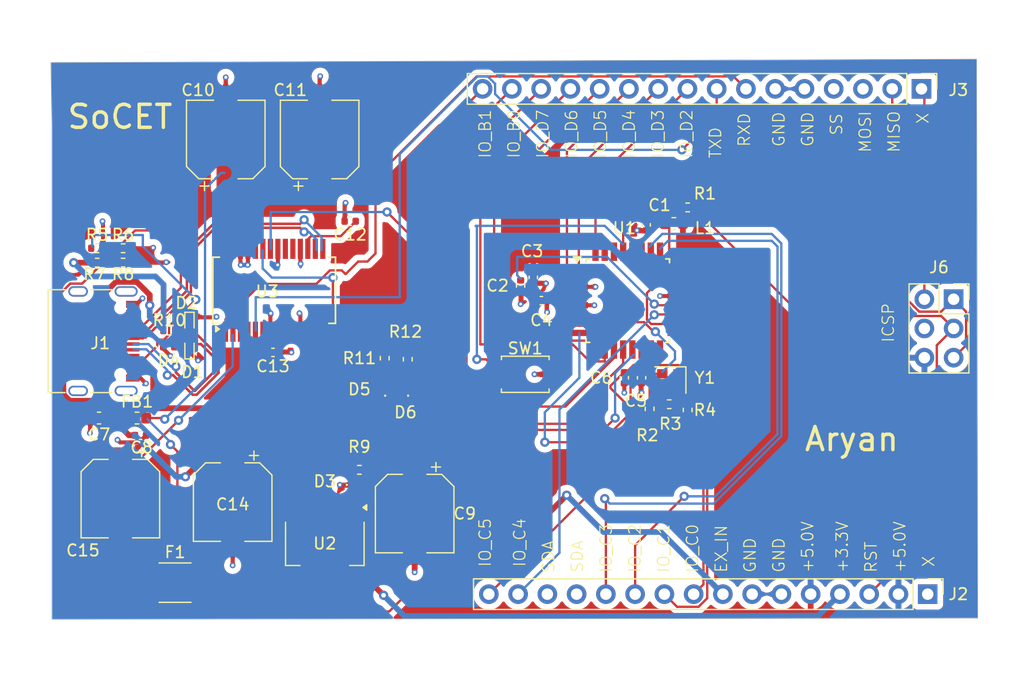
<source format=kicad_pcb>
(kicad_pcb (version 20240108) (generator "pcbnew") (generator_version "8.0")
  (layers (0 "F.Cu" signal) (31 "B.Cu" signal) (34 "B.Paste" user) (35 "F.Paste" user) (36 "B.SilkS" user "B.Silkscreen") (37 "F.SilkS" user "F.Silkscreen") (38 "B.Mask" user) (39 "F.Mask" user) (44 "Edge.Cuts" user))
  (net 0 "")
  (net 1 "+5V")
  (net 2 "GND")
  (net 3 "Net-(U1-AREF)")
  (net 4 "EX_OSC1")
  (net 5 "EX_OSC2")
  (net 6 "+3.3V")
  (net 7 "PWRU_IN")
  (net 8 "Net-(C10-Pad1)")
  (net 9 "Net-(U3-3V3OUT)")
  (net 10 "USART_DTR")
  (net 11 "EX_RST")
  (net 12 "USBC_D.P")
  (net 13 "USBC_D.N")
  (net 14 "Net-(D3-A)")
  (net 15 "Net-(D4-A)")
  (net 16 "Net-(D5-A)")
  (net 17 "Net-(D5-K)")
  (net 18 "Net-(D6-K)")
  (net 19 "Net-(D6-A)")
  (net 20 "Net-(J1-CC2)")
  (net 22 "Net-(J1-CC1)")
  (net 29 "GPIO_C5")
  (net 30 "GPIO_C1")
  (net 31 "GPIO_C2")
  (net 32 "GPIO_C0")
  (net 33 "I2C.SDA")
  (net 34 "I2C.SCL")
  (net 35 "GPIO_C4")
  (net 36 "GPIO_C3")
  (net 37 "GPIO_D3")
  (net 38 "GPIO_D5")
  (net 39 "SPI.SS")
  (net 40 "USART.RXD")
  (net 41 "GPIO_D6")
  (net 42 "GPIO_B0")
  (net 43 "SPI.MISO")
  (net 44 "GPIO_D7")
  (net 45 "GPIO_D2")
  (net 46 "USART.TXD")
  (net 47 "SPI.MOSI")
  (net 48 "GPIO_D4")
  (net 49 "SPI.SCK")
  (net 50 "GPIO_B1")
  (net 51 "Net-(U1-AVCC)")
  (net 52 "I2C_SDA")
  (net 53 "I2C_SCL")
  (net 54 "Net-(U2-ADJ)")
  (net 55 "12C_SDA")
  (net 56 "USART_TXD")
  (net 57 "SPI_SCK")
  (net 58 "ISC_SCL")
  (net 59 "USART_RXD")
  (net 60 "SPI_MOSI")
  (net 61 "SPI_MISO")
  (net 62 "SPI_SS")
  (footprint "Resistor_SMD:R_0402_1005Metric" (layer "F.Cu") (at 90.49 85.75)
    (property "Reference" "R6")
    (property "Value" "5.1k")
  )
  (footprint "Inductor_SMD:L_0603_1608Metric" (layer "F.Cu") (at 91.7 100.5)
    (property "Reference" "FB1")
    (property "Value" "120Ω")
  )
  (footprint "Resistor_SMD:R_0402_1005Metric" (layer "F.Cu") (at 136.2 99.7 -90)
    (property "Reference" "R2")
    (property "Value" "1M")
  )
  (footprint "Capacitor_SMD:C_0402_1005Metric" (layer "F.Cu") (at 103.5 94.8)
    (property "Reference" "C13")
    (property "Value" ".1u")
  )
  (footprint "Capacitor_SMD:CP_Elec_6.3x7.7" (layer "F.Cu") (at 99.4 76.3 90)
    (property "Reference" "C10")
    (property "Value" "10u")
  )
  (footprint "Capacitor_SMD:C_0402_1005Metric" (layer "F.Cu") (at 92 102)
    (property "Reference" "C8")
    (property "Value" ".1u")
  )
  (footprint "Package_TO_SOT_SMD:SOT-223" (layer "F.Cu") (at 108 111.4 -90)
    (property "Reference" "U2")
    (property "Value" "LM1117DT-ADJ")
  )
  (footprint "Resistor_SMD:R_0402_1005Metric" (layer "F.Cu") (at 88.23 85.75)
    (property "Reference" "R5")
    (property "Value" "5.1k")
  )
  (footprint "Connector_PinHeader_2.54mm:PinHeader_1x16_P2.54mm_Vertical" (layer "F.Cu") (at 159.8 71.9 -90)
    (property "Reference" "J3")
    (property "Value" "Conn_01x16_Female")
  )
  (footprint "Connector_PinHeader_2.54mm:PinHeader_1x16_P2.54mm_Vertical" (layer "F.Cu") (at 160.34 115.8 -90)
    (property "Reference" "J2")
    (property "Value" "Conn_01x16_Female")
  )
  (footprint "Capacitor_SMD:C_0402_1005Metric" (layer "F.Cu") (at 125 89.02 -90)
    (property "Reference" "C2")
    (property "Value" ".1u")
  )
  (footprint "Package_SO:SSOP-28_5.3x10.2mm_P0.65mm" (layer "F.Cu") (at 103.6 89.4 90)
    (property "Reference" "U3")
    (property "Value" "FT232RL")
  )
  (footprint "Capacitor_SMD:C_0402_1005Metric" (layer "F.Cu") (at 126.1 88.28 -90)
    (property "Reference" "C3")
    (property "Value" "0.1u")
  )
  (footprint "LED_SMD:LED_0402_1005Metric" (layer "F.Cu") (at 113.24 97.465 90)
    (property "Reference" "D5")
    (property "Value" "TX_LED")
  )
  (footprint "Resistor_SMD:R_0402_1005Metric" (layer "F.Cu") (at 139.5 99.8 -90)
    (property "Reference" "R4")
    (property "Value" "4.7k")
  )
  (footprint "Resistor_SMD:R_0402_1005Metric" (layer "F.Cu") (at 139.5 82.2)
    (property "Reference" "R1")
    (property "Value" "10k")
  )
  (footprint "Resistor_SMD:R_0402_1005Metric" (layer "F.Cu") (at 115.2 95.39 90)
    (property "Reference" "R12")
    (property "Value" "R")
  )
  (footprint "Capacitor_SMD:C_0402_1005Metric" (layer "F.Cu") (at 110.2 83.4 180)
    (property "Reference" "C12")
    (property "Value" ".1u")
  )
  (footprint "LED_SMD:LED_0402_1005Metric" (layer "F.Cu") (at 94.46 94.31)
    (property "Reference" "D4")
    (property "Value" "LED")
  )
  (footprint "Resistor_SMD:R_0402_1005Metric" (layer "F.Cu") (at 113.2 95.3 90)
    (property "Reference" "R11")
    (property "Value" "R")
  )
  (footprint "Diode_SMD:D_SOD-923" (layer "F.Cu") (at 96.25 92.17 -90)
    (property "Reference" "D2")
    (property "Value" "ESD9B5.0ST5G")
  )
  (footprint "Resistor_SMD:R_0402_1005Metric" (layer "F.Cu") (at 94.49 92.9)
    (property "Reference" "R10")
    (property "Value" "70")
  )
  (footprint "Button_Switch_SMD:SW_Push_SPST_NO_Alps_SKRK" (layer "F.Cu") (at 125.4 96.7)
    (property "Reference" "SW1")
    (property "Value" "SW_Push")
  )
  (footprint "Capacitor_SMD:C_0402_1005Metric" (layer "F.Cu") (at 135.9 83.72 -90)
    (property "Reference" "C1")
    (property "Value" ".1u")
  )
  (footprint "Capacitor_SMD:CP_Elec_6.3x7.7" (layer "F.Cu") (at 107.55 76.3 90)
    (property "Reference" "C11")
    (property "Value" ".1u")
  )
  (footprint "Package_QFP:TQFP-32_7x7mm_P0.8mm" (layer "F.Cu") (at 134.3 90.3)
    (property "Reference" "U1")
    (property "Value" "ATmega328P-A")
  )
  (footprint "Resistor_SMD:R_0402_1005Metric" (layer "F.Cu") (at 90.49 87)
    (property "Reference" "R8")
    (property "Value" "200")
  )
  (footprint "Capacitor_SMD:C_0402_1005Metric" (layer "F.Cu") (at 135.5 97 -90)
    (property "Reference" "C5")
    (property "Value" "18p")
  )
  (footprint "Connector_USB:USB_C_Receptacle_Palconn_UTC16-G" (layer "F.Cu") (at 88.82 93.82 -90)
    (property "Reference" "J1")
    (property "Value" "USB_C_Receptacle_USB2.0")
  )
  (footprint "Connector_PinSocket_2.54mm:PinSocket_2x03_P2.54mm_Vertical" (layer "F.Cu") (at 162.59 90.175)
    (property "Reference" "J6")
    (property "Value" "ICSP")
  )
  (footprint "Capacitor_SMD:CP_Elec_6.3x7.7" (layer "F.Cu") (at 100 107.8 -90)
    (property "Reference" "C14")
    (property "Value" "4.7u")
  )
  (footprint "Capacitor_SMD:CP_Elec_6.3x7.7" (layer "F.Cu") (at 115.8 108.8 -90)
    (property "Reference" "C9")
    (property "Value" "4.7u")
  )
  (footprint "Diode_SMD:D_SOD-923" (layer "F.Cu") (at 96.25 94.5 90)
    (property "Reference" "D1")
    (property "Value" "ESD9B5.0ST5G")
  )
  (footprint "Resistor_SMD:R_0402_1005Metric" (layer "F.Cu") (at 137.9 99.3)
    (property "Reference" "R3")
    (property "Value" "4.7k")
  )
  (footprint "Crystal:Crystal_SMD_2016-4Pin_2.0x1.6mm" (layer "F.Cu") (at 138 97.2 180)
    (property "Reference" "Y1")
    (property "Value" "16MHz")
  )
  (footprint "Fuse:Fuse_1812_4532Metric" (layer "F.Cu") (at 95 114.8)
    (property "Reference" "F1")
    (property "Value" "500mA")
  )
  (footprint "Capacitor_SMD:C_0603_1608Metric" (layer "F.Cu") (at 88.4 100.5 180)
    (property "Reference" "C7")
    (property "Value" ".01u")
  )
  (footprint "Capacitor_SMD:C_0402_1005Metric" (layer "F.Cu") (at 134 97 -90)
    (property "Reference" "C6")
    (property "Value" "18p")
  )
  (footprint "LED_SMD:LED_0402_1005Metric" (layer "F.Cu") (at 115.23 97.465 90)
    (property "Reference" "D6")
    (property "Value" "RX_LED")
  )
  (footprint "Capacitor_SMD:C_0402_1005Metric" (layer "F.Cu") (at 126.8 90.3)
    (property "Reference" "C4")
    (property "Value" "0.1u")
  )
  (footprint "LED_SMD:LED_0402_1005Metric" (layer "F.Cu") (at 111 106.3)
    (property "Reference" "D3")
    (property "Value" "LED")
  )
  (footprint "Inductor_SMD:L_0603_1608Metric" (layer "F.Cu") (at 138.3 83.6)
    (property "Reference" "L1")
    (property "Value" "10u")
  )
  (footprint "Capacitor_SMD:CP_Elec_6.3x7.7" (layer "F.Cu") (at 90.25 107.5 -90)
    (property "Reference" "C15")
    (property "Value" ".1u")
  )
  (footprint "Resistor_SMD:R_0402_1005Metric" (layer "F.Cu") (at 111 105)
    (property "Reference" "R9")
    (property "Value" "155")
  )
  (footprint "Resistor_SMD:R_0402_1005Metric" (layer "F.Cu") (at 88.24 87)
    (property "Reference" "R7")
    (property "Value" "121")
  )
  (gr_poly (pts (xy 84.3 75.2) (xy 84.3 118) (xy 164.7 117.9) (xy 164.6 69.3) (xy 84.2 69.6)) (stroke (width 0.05)) (fill none) (layer "Edge.Cuts"))
  (gr_text "GND" (at 148 77 90) (layer "F.SilkS") (effects (font (size 1 1) (thickness 0.1)) (justify left bottom)))
  (gr_text "SDA" (at 130.5 114 90) (layer "F.SilkS") (effects (font (size 1 1) (thickness 0.1)) (justify left bottom)))
  (gr_text "IO_C1\n" (at 138 114 90) (layer "F.SilkS") (effects (font (size 1 1) (thickness 0.1)) (justify left bottom)))
  (gr_text "IO_D7" (at 127.5 78 90) (layer "F.SilkS") (effects (font (size 1 1) (thickness 0.1)) (justify left bottom)))
  (gr_text "IO_D6" (at 130 78 90) (layer "F.SilkS") (effects (font (size 1 1) (thickness 0.1)) (justify left bottom)))
  (gr_text "RST" (at 156 114 90) (layer "F.SilkS") (effects (font (size 1 1) (thickness 0.1)) (justify left bottom)))
  (gr_text "+5.0V" (at 150.5 114 90) (layer "F.SilkS") (effects (font (size 1 1) (thickness 0.1)) (justify left bottom)))
  (gr_text "GND" (at 150.5 77 90) (layer "F.SilkS") (effects (font (size 1 1) (thickness 0.1)) (justify left bottom)))
  (gr_text "IO_C0" (at 140.5 114 90) (layer "F.SilkS") (effects (font (size 1 1) (thickness 0.1)) (justify left bottom)))
  (gr_text "ICSP" (at 157.5 94 90) (layer "F.SilkS") (effects (font (size 1 1) (thickness 0.1)) (justify left bottom)))
  (gr_text "IO_C3" (at 133 114 90) (layer "F.SilkS") (effects (font (size 1 1) (thickness 0.1)) (justify left bottom)))
  (gr_text "IO_D2" (at 140 78 90) (layer "F.SilkS") (effects (font (size 1 1) (thickness 0.1)) (justify left bottom)))
  (gr_text "X" (at 160.5 75 90) (layer "F.SilkS") (effects (font (size 1 1) (thickness 0.1)) (justify left bottom)))
  (gr_text "GND" (at 148 114 90) (layer "F.SilkS") (effects (font (size 1 1) (thickness 0.1)) (justify left bottom)))
  (gr_text "MOSI" (at 155.5 77.5 90) (layer "F.SilkS") (effects (font (size 1 1) (thickness 0.1)) (justify left bottom)))
  (gr_text "IO_D3" (at 137.5 78 90) (layer "F.SilkS") (effects (font (size 1 1) (thickness 0.1)) (justify left bottom)))
  (gr_text "SS" (at 153 76 90) (layer "F.SilkS") (effects (font (size 1 1) (thickness 0.1)) (justify left bottom)))
  (gr_text "IO_C4" (at 125.5 113.5 90) (layer "F.SilkS") (effects (font (size 1 1) (thickness 0.1)) (justify left bottom)))
  (gr_text "EX_IN" (at 143 114 90) (layer "F.SilkS") (effects (font (size 1 1) (thickness 0.1)) (justify left bottom)))
  (gr_text "IO_B0" (at 125 78 90) (layer "F.SilkS") (effects (font (size 1 1) (thickness 0.1)) (justify left bottom)))
  (gr_text "X" (at 161 113.5 90) (layer "F.SilkS") (effects (font (size 1 1) (thickness 0.1)) (justify left bottom)))
  (gr_text "SoCET" (at 85.5 75.5 0) (layer "F.SilkS") (effects (font (size 2 2) (thickness 0.3)) (justify left bottom)))
  (gr_text "IO_C2" (at 135.5 114 90) (layer "F.SilkS") (effects (font (size 1 1) (thickness 0.1)) (justify left bottom)))
  (gr_text "IO_D4" (at 135 78 90) (layer "F.SilkS") (effects (font (size 1 1) (thickness 0.1)) (justify left bottom)))
  (gr_text "GND" (at 145.5 114 90) (layer "F.SilkS") (effects (font (size 1 1) (thickness 0.1)) (justify left bottom)))
  (gr_text "MISO" (at 158 77.5 90) (layer "F.SilkS") (effects (font (size 1 1) (thickness 0.1)) (justify left bottom)))
  (gr_text "+3.3V" (at 153.5 114 90) (layer "F.SilkS") (effects (font (size 1 1) (thickness 0.1)) (justify left bottom)))
  (gr_text "RXD" (at 145 77 90) (layer "F.SilkS") (effects (font (size 1 1) (thickness 0.1)) (justify left bottom)))
  (gr_text "SDA" (at 128 114 90) (layer "F.SilkS") (effects (font (size 1 1) (thickness 0.1)) (justify left bottom)))
  (gr_text "IO_B1" (at 122.5 78 90) (layer "F.SilkS") (effects (font (size 1 1) (thickness 0.1)) (justify left bottom)))
  (gr_text "TXD" (at 142.5 78 90) (layer "F.SilkS") (effects (font (size 1 1) (thickness 0.1)) (justify left bottom)))
  (gr_text "+5.0V" (at 158.5 114 90) (layer "F.SilkS") (effects (font (size 1 1) (thickness 0.1)) (justify left bottom)))
  (gr_text "Aryan" (at 149.5 103.5 0) (layer "F.SilkS") (effects (font (size 2 2) (thickness 0.3)) (justify left bottom)))
  (gr_text "IO_D5" (at 132.5 78 90) (layer "F.SilkS") (effects (font (size 1 1) (thickness 0.1)) (justify left bottom)))
  (gr_text "IO_C5" (at 122.5 113.5 90) (layer "F.SilkS") (effects (font (size 1 1) (thickness 0.1)) (justify left bottom)))
  (segment (start 137.3 97.75) (end 138.7 97.75) (width 0.2) (layer "F.Cu") (net 0))
  (segment (start 91.865 102.615) (end 90.215 102.615) (width 0.35) (layer "F.Cu") (net 2))
  (segment (start 88.74 83.44) (end 88.7 83.4) (width 0.35) (layer "F.Cu") (net 2))
  (segment (start 130.05 90.7) (end 131.4 90.7) (width 0.35) (layer "F.Cu") (net 2))
  (segment (start 103.98 94.8) (end 105.1 94.8) (width 0.35) (layer "F.Cu") (net 2))
  (segment (start 91.33 97.02) (end 91.99 97.02) (width 0.35) (layer "F.Cu") (net 2))
  (segment (start 90.215 102.615) (end 90 102.4) (width 0.35) (layer "F.Cu") (net 2))
  (segment (start 99.4 73.6) (end 99.4 70.9) (width 0.35) (layer "F.Cu") (net 2))
  (segment (start 105.875 85.8) (end 105.875 87.075) (width 0.35) (layer "F.Cu") (net 2))
  (segment (start 98.55 91.75) (end 98.6 91.7) (width 0.35) (layer "F.Cu") (net 2))
  (segment (start 130.05 89.1) (end 131.5 89.1) (width 0.35) (layer "F.Cu") (net 2))
  (segment (start 134 97.48) (end 134 98.3) (width 0.35) (layer "F.Cu") (net 2))
  (segment (start 91.33 90.62) (end 91.65 90.62) (width 0.35) (layer "F.Cu") (net 2))
  (segment (start 125 89.5) (end 125 90.6) (width 0.35) (layer "F.Cu") (net 2))
  (segment (start 127.28 90.3) (end 127.28 91.28) (width 0.35) (layer "F.Cu") (net 2))
  (segment (start 103.275 91.425) (end 103.3 91.4) (width 0.35) (layer "F.Cu") (net 2))
  (segment (start 103.925 87.175) (end 103.9 87.2) (width 0.35) (layer "F.Cu") (net 2))
  (segment (start 103.275 93) (end 103.275 91.425) (width 0.35) (layer "F.Cu") (net 2))
  (segment (start 96.25 91.75) (end 98.55 91.75) (width 0.35) (layer "F.Cu") (net 2))
  (segment (start 87.625 101.775) (end 87.6 101.8) (width 0.35) (layer "F.Cu") (net 2))
  (segment (start 91.65 90.62) (end 92.17 90.1) (width 0.35) (layer "F.Cu") (net 2))
  (segment (start 96.42 94.92) (end 97 95.5) (width 0.35) (layer "F.Cu") (net 2))
  (segment (start 93.05 85.75) (end 93.1 85.7) (width 0.35) (layer "F.Cu") (net 2))
  (segment (start 107.55 70.85) (end 107.6 70.8) (width 0.35) (layer "F.Cu") (net 2))
  (segment (start 100.675 87.175) (end 100.7 87.2) (width 0.35) (layer "F.Cu") (net 2))
  (segment (start 105.875 91.475) (end 105.8 91.4) (width 0.35) (layer "F.Cu") (net 2))
  (segment (start 127.28 91.28) (end 127.3 91.3) (width 0.35) (layer "F.Cu") (net 2))
  (segment (start 100 110.5) (end 100 113.3) (width 0.35) (layer "F.Cu") (net 2))
  (segment (start 93.975 94.475) (end 94.6 95.1) (width 0.35) (layer "F.Cu") (net 2))
  (segment (start 101.325 85.8) (end 101.325 87.175) (width 0.35) (layer "F.Cu") (net 2))
  (segment (start 105.875 93) (end 105.875 91.475) (width 0.35) (layer "F.Cu") (net 2))
  (segment (start 115.8 111.5) (end 115.8 113.9) (width 0.35) (layer "F.Cu") (net 2))
  (segment (start 109.72 83.4) (end 109.72 81.88) (width 0.35) (layer "F.Cu") (net 2))
  (segment (start 93.975 94.31) (end 93.975 94.475) (width 0.35) (layer "F.Cu") (net 2))
  (segment (start 91.99 97.02) (end 92.47 97.5) (width 0.35) (layer "F.Cu") (net 2))
  (segment (start 127.5 96.7) (end 126.2 96.7) (width 0.35) (layer "F.Cu") (net 2))
  (segment (start 96.25 94.92) (end 96.42 94.92) (width 0.35) (layer "F.Cu") (net 2))
  (segment (start 100.675 85.8) (end 100.675 87.175) (width 0.35) (layer "F.Cu") (net 2))
  (segment (start 91 87) (end 94.2 87) (width 0.35) (layer "F.Cu") (net 2))
  (segment (start 109.72 81.88) (end 109.8 81.8) (width 0.35) (layer "F.Cu") (net 2))
  (segment (start 135.9 84.2) (end 135.1 84.2) (width 0.35) (layer "F.Cu") (net 2))
  (segment (start 103.925 85.8) (end 103.925 87.175) (width 0.35) (layer "F.Cu") (net 2))
  (segment (start 127.16 88.76) (end 127.2 88.8) (width 0.35) (layer "F.Cu") (net 2))
  (segment (start 110.515 106.3) (end 109.3 106.3) (width 0.35) (layer "F.Cu") (net 2))
  (segment (start 94.2 87) (end 94.239412 86.960588) (width 0.35) (layer "F.Cu") (net 2))
  (segment (start 92.48 102) (end 91.865 102.615) (width 0.35) (layer "F.Cu") (net 2))
  (segment (start 87.625 100.5) (end 87.625 101.775) (width 0.35) (layer "F.Cu") (net 2))
  (segment (start 105.875 87.075) (end 105.9 87.1) (width 0.35) (layer "F.Cu") (net 2))
  (segment (start 126.1 88.76) (end 127.16 88.76) (width 0.35) (layer "F.Cu") (net 2))
  (segment (start 138.55 89.9) (end 137.1 89.9) (width 0.35) (layer "F.Cu") (net 2))
  (segment (start 107.55 73.6) (end 107.55 70.85) (width 0.35) (layer "F.Cu") (net 2))
  (segment (start 91 85.75) (end 93.05 85.75) (width 0.35) (layer "F.Cu") (net 2))
  (segment (start 88.74 85.75) (end 88.74 83.44) (width 0.35) (layer "F.Cu") (net 2))
  (segment (start 101.325 87.175) (end 101.3 87.2) (width 0.35) (layer "F.Cu") (net 2))
  (segment (start 135.5 97.48) (end 135.5 98.3) (width 0.35) (layer "F.Cu") (net 2))
  (via (at 131.4 90.7) (size 0.5) (drill 0.25) (layers "F.Cu" "B.Cu") (net 2))
  (via (at 105.8 91.4) (size 0.5) (drill 0.25) (layers "F.Cu" "B.Cu") (net 2))
  (via (at 99.4 70.9) (size 0.5) (drill 0.25) (layers "F.Cu" "B.Cu") (net 2))
  (via (at 105.9 87.1) (size 0.5) (drill 0.25) (layers "F.Cu" "B.Cu") (net 2))
  (via (at 87.6 101.8) (size 0.5) (drill 0.25) (layers "F.Cu" "B.Cu") (net 2))
  (via (at 92.17 90.1) (size 0.5) (drill 0.25) (layers "F.Cu" "B.Cu") (net 2))
  (via (at 100.7 87.2) (size 0.5) (drill 0.25) (layers "F.Cu" "B.Cu") (net 2))
  (via (at 135.1 84.2) (size 0.5) (drill 0.25) (layers "F.Cu" "B.Cu") (net 2))
  (via (at 94.6 95.1) (size 0.5) (drill 0.25) (layers "F.Cu" "B.Cu") (net 2))
  (via (at 115.8 113.9) (size 0.5) (drill 0.25) (layers "F.Cu" "B.Cu") (net 2))
  (via (at 127.3 91.3) (size 0.5) (drill 0.25) (layers "F.Cu" "B.Cu") (net 2))
  (via (at 94.239412 86.960588) (size 0.5) (drill 0.25) (layers "F.Cu" "B.Cu") (net 2))
  (via (at 105.1 94.8) (size 0.5) (drill 0.25) (layers "F.Cu" "B.Cu") (net 2))
  (via (at 92.47 97.5) (size 0.5) (drill 0.25) (layers "F.Cu" "B.Cu") (net 2))
  (via (at 134 98.3) (size 0.5) (drill 0.25) (layers "F.Cu" "B.Cu") (net 2))
  (via (at 109.8 81.8) (size 0.5) (drill 0.25) (layers "F.Cu" "B.Cu") (net 2))
  (via (at 126.2 96.7) (size 0.5) (drill 0.25) (layers "F.Cu" "B.Cu") (net 2))
  (via (at 107.6 70.8) (size 0.5) (drill 0.25) (layers "F.Cu" "B.Cu") (net 2))
  (via (at 98.6 91.7) (size 0.5) (drill 0.25) (layers "F.Cu" "B.Cu") (net 2))
  (via (at 103.3 91.4) (size 0.5) (drill 0.25) (layers "F.Cu" "B.Cu") (net 2))
  (via (at 135.5 98.3) (size 0.5) (drill 0.25) (layers "F.Cu" "B.Cu") (net 2))
  (via (at 88.7 83.4) (size 0.5) (drill 0.25) (layers "F.Cu" "B.Cu") (net 2))
  (via (at 103.9 87.2) (size 0.5) (drill 0.25) (layers "F.Cu" "B.Cu") (net 2))
  (via (at 127.2 88.8) (size 0.5) (drill 0.25) (layers "F.Cu" "B.Cu") (net 2))
  (via (at 100 113.3) (size 0.5) (drill 0.25) (layers "F.Cu" "B.Cu") (net 2))
  (via (at 93.1 85.7) (size 0.5) (drill 0.25) (layers "F.Cu" "B.Cu") (net 2))
  (via (at 109.3 106.3) (size 0.5) (drill 0.25) (layers "F.Cu" "B.Cu") (net 2))
  (via (at 101.3 87.2) (size 0.5) (drill 0.25) (layers "F.Cu" "B.Cu") (net 2))
  (via (at 90 102.4) (size 0.5) (drill 0.25) (layers "F.Cu" "B.Cu") (net 2))
  (via (at 137.1 89.9) (size 0.5) (drill 0.25) (layers "F.Cu" "B.Cu") (net 2))
  (via (at 97 95.5) (size 0.5) (drill 0.25) (layers "F.Cu" "B.Cu") (net 2))
  (via (at 125 90.6) (size 0.5) (drill 0.25) (layers "F.Cu" "B.Cu") (net 2))
  (via (at 131.5 89.1) (size 0.5) (drill 0.25) (layers "F.Cu" "B.Cu") (net 2))
  (segment (start 138.55 90.7) (end 136.7 90.7) (width 0.2) (layer "F.Cu") (net 3))
  (segment (start 136.7 90.7) (end 136.6 90.6) (width 0.2) (layer "F.Cu") (net 3))
  (via (at 136.6 90.6) (size 0.8) (drill 0.4) (layers "F.Cu" "B.Cu") (net 3))
  (segment (start 124.7 86.5) (end 124.7 88.1) (width 0.2) (layer "B.Cu") (net 3))
  (segment (start 132.5 86.5) (end 124.7 86.5) (width 0.2) (layer "B.Cu") (net 3))
  (segment (start 124.7 88.1) (end 125 88.4) (width 0.2) (layer "B.Cu") (net 3))
  (segment (start 136.6 90.6) (end 132.5 86.5) (width 0.2) (layer "B.Cu") (net 3))
  (segment (start 136.2 97.54) (end 137.09 96.65) (width 0.2) (layer "F.Cu") (net 4))
  (segment (start 136.2 99.19) (end 136.2 97.22) (width 0.2) (layer "F.Cu") (net 4))
  (segment (start 136.542355 93) (end 136.7 93) (width 0.2) (layer "F.Cu") (net 4))
  (segment (start 137.3 96.65) (end 135.63 96.65) (width 0.2) (layer "F.Cu") (net 4))
  (segment (start 130.18 92.17) (end 135.712355 92.17) (width 0.2) (layer "F.Cu") (net 4))
  (segment (start 136.2 97.22) (end 135.5 96.52) (width 0.2) (layer "F.Cu") (net 4))
  (segment (start 136.2 99.19) (end 136.2 97.54) (width 0.2) (layer "F.Cu") (net 4))
  (segment (start 135.712355 92.17) (end 136.542355 93) (width 0.2) (layer "F.Cu") (net 4))
  (segment (start 130.05 92.3) (end 130.18 92.17) (width 0.2) (layer "F.Cu") (net 4))
  (segment (start 137.09 96.65) (end 137.3 96.65) (width 0.2) (layer "F.Cu") (net 4))
  (segment (start 135.63 96.65) (end 135.5 96.52) (width 0.2) (layer "F.Cu") (net 4))
  (via (at 136.7 93) (size 0.8) (drill 0.4) (layers "F.Cu" "B.Cu") (net 4))
  (segment (start 138.4 95.4) (end 137.3 96.5) (width 0.2) (layer "B.Cu") (net 4))
  (segment (start 136.7 93) (end 138.4 94.7) (width 0.2) (layer "B.Cu") (net 4))
  (segment (start 138.4 94.7) (end 138.4 95.4) (width 0.2) (layer "B.Cu") (net 4))
  (segment (start 136.2 100.21) (end 135.11 100.21) (width 0.2) (layer "F.Cu") (net 5))
  (segment (start 134.8 95.9) (end 138.7 95.9) (width 0.2) (layer "F.Cu") (net 5))
  (segment (start 132.8 97.9) (end 132.8 97.7) (width 0.2) (layer "F.Cu") (net 5))
  (segment (start 132.8 97.7) (end 133.98 96.52) (width 0.2) (layer "F.Cu") (net 5))
  (segment (start 131.990955 102.6) (end 127.1 102.6) (width 0.2) (layer "F.Cu") (net 5))
  (segment (start 138.7 95.9) (end 138.7 96.65) (width 0.2) (layer "F.Cu") (net 5))
  (segment (start 134 96.52) (end 134.54 97.06) (width 0.2) (layer "F.Cu") (net 5))
  (segment (start 134.18 96.52) (end 134.8 95.9) (width 0.2) (layer "F.Cu") (net 5))
  (segment (start 134 96.52) (end 134.18 96.52) (width 0.2) (layer "F.Cu") (net 5))
  (segment (start 134.54 100.050955) (end 131.990955 102.6) (width 0.2) (layer "F.Cu") (net 5))
  (segment (start 133.98 96.52) (end 134 96.52) (width 0.2) (layer "F.Cu") (net 5))
  (segment (start 134.54 97.06) (end 134.54 100.050955) (width 0.2) (layer "F.Cu") (net 5))
  (segment (start 135.11 100.21) (end 132.8 97.9) (width 0.2) (layer "F.Cu") (net 5))
  (via (at 127.1 102.6) (size 0.8) (drill 0.4) (layers "F.Cu" "B.Cu") (net 5))
  (segment (start 127.1 102.6) (end 127.1 100) (width 0.2) (layer "B.Cu") (net 5))
  (segment (start 130.1 97) (end 130.1 93.1) (width 0.2) (layer "B.Cu") (net 5))
  (segment (start 127.1 100) (end 130.1 97) (width 0.2) (layer "B.Cu") (net 5))
  (segment (start 91.52 102) (end 90.998166 102) (width 0.5) (layer "F.Cu") (net 6))
  (segment (start 108 108.25) (end 102.72 102.97) (width 0.5) (layer "F.Cu") (net 6))
  (segment (start 90.005 101.006834) (end 90.005 99.993166) (width 0.5) (layer "F.Cu") (net 6))
  (segment (start 90.998166 102) (end 90.005 101.006834) (width 0.5) (layer "F.Cu") (net 6))
  (segment (start 85.3 93.226203) (end 89.856203 88.67) (width 0.5) (layer "F.Cu") (net 6))
  (segment (start 85.866203 99) (end 85.3 98.433797) (width 0.5) (layer "F.Cu") (net 6))
  (segment (start 92.8 89.8) (end 92.8 90.7) (width 0.5) (layer "F.Cu") (net 6))
  (segment (start 91.67 88.67) (end 92.8 89.8) (width 0.5) (layer "F.Cu") (net 6))
  (segment (start 102.72 102.97) (end 98.53 102.97) (width 0.5) (layer "F.Cu") (net 6))
  (segment (start 90.005 99.993166) (end 89.011834 99) (width 0.5) (layer "F.Cu") (net 6))
  (segment (start 85.3 98.433797) (end 85.3 93.226203) (width 0.5) (layer "F.Cu") (net 6))
  (segment (start 87.73 87) (end 86.2 87) (width 0.5) (layer "F.Cu") (net 6))
  (segment (start 98.53 102.97) (end 95.9 105.6) (width 0.5) (layer "F.Cu") (net 6))
  (segment (start 108 108.25) (end 108 110.8) (width 0.5) (layer "F.Cu") (net 6))
  (segment (start 108 110.8) (end 113.1 115.9) (width 0.5) (layer "F.Cu") (net 6))
  (segment (start 89.856203 88.67) (end 91.67 88.67) (width 0.5) (layer "F.Cu") (net 6))
  (segment (start 89.011834 99) (end 85.866203 99) (width 0.5) (layer "F.Cu") (net 6))
  (via (at 95.9 105.6) (size 0.8) (drill 0.4) (layers "F.Cu" "B.Cu") (net 6))
  (via (at 92.8 90.7) (size 0.8) (drill 0.4) (layers "F.Cu" "B.Cu") (net 6))
  (via (at 113.1 115.9) (size 0.8) (drill 0.4) (layers "F.Cu" "B.Cu") (net 6))
  (via (at 86.2 87) (size 0.8) (drill 0.4) (layers "F.Cu" "B.Cu") (net 6))
  (segment (start 92.8 91.7) (end 94 92.9) (width 0.5) (layer "B.Cu") (net 6))
  (segment (start 95.9 105.6) (end 95.1 105.6) (width 0.5) (layer "B.Cu") (net 6))
  (segment (start 95.1 105.6) (end 91.5 102) (width 0.5) (layer "B.Cu") (net 6))
  (segment (start 113.1 115.9) (end 114.899549 117.699549) (width 0.5) (layer "B.Cu") (net 6))
  (segment (start 94 88.9) (end 94 92.9) (width 0.5) (layer "B.Cu") (net 6))
  (segment (start 124.862292 117.699549) (end 150.852778 117.667222) (width 0.5) (layer "B.Cu") (net 6))
  (segment (start 86.2 87) (end 87.4 88.2) (width 0.5) (layer "B.Cu") (net 6))
  (segment (start 93.3 88.2) (end 94 88.9) (width 0.5) (layer "B.Cu") (net 6))
  (segment (start 92.8 90.7) (end 92.8 91.7) (width 0.5) (layer "B.Cu") (net 6))
  (segment (start 87.4 88.2) (end 93.3 88.2) (width 0.5) (layer "B.Cu") (net 6))
  (segment (start 114.899549 117.699549) (end 124.862292 117.699549) (width 0.5) (layer "B.Cu") (net 6))
  (segment (start 150.852778 117.667222) (end 152.72 115.8) (width 0.5) (layer "B.Cu") (net 6))
  (segment (start 93.1 98.9) (end 92.6 99.4) (width 0.5) (layer "F.Cu") (net 7))
  (segment (start 92.6 99.4) (end 91 99.4) (width 0.5) (layer "F.Cu") (net 7))
  (segment (start 93.1 96.7) (end 93.1 97.6) (width 0.5) (layer "F.Cu") (net 7))
  (segment (start 121.01 111.31) (end 124.89 111.31) (width 0.5) (layer "F.Cu") (net 7))
  (segment (start 91 99.4) (end 90.9125 99.4875) (width 0.5) (layer "F.Cu") (net 7))
  (segment (start 89.9 92.330962) (end 89.9 95.4) (width 0.35) (layer "F.Cu") (net 7))
  (segment (start 109.345 99.645) (end 115.8 106.1) (width 0.5) (layer "F.Cu") (net 7))
  (segment (start 115.8 106.1) (end 121.01 111.31) (width 0.5) (layer "F.Cu") (net 7))
  (segment (start 93.1 97.6) (end 93.1 98.9) (width 0.5) (layer "F.Cu") (net 7))
  (segment (start 89.9 95.4) (end 89.990962 95.4) (width 0.35) (layer "F.Cu") (net 7))
  (segment (start 124.89 111.31) (end 129 107.2) (width 0.5) (layer "F.Cu") (net 7))
  (segment (start 90.9125 99.4875) (end 90.9125 100.5) (width 0.5) (layer "F.Cu") (net 7))
  (segment (start 90.9125 100.5) (end 91.7675 99.645) (width 0.5) (layer "F.Cu") (net 7))
  (segment (start 91.7675 99.645) (end 109.345 99.645) (width 0.5) (layer "F.Cu") (net 7))
  (segment (start 91.33 91.42) (end 90.810962 91.42) (width 0.35) (layer "F.Cu") (net 7))
  (segment (start 92.62 96.22) (end 93.1 96.7) (width 0.5) (layer "F.Cu") (net 7))
  (segment (start 90.810962 91.42) (end 89.9 92.330962) (width 0.35) (layer "F.Cu") (net 7))
  (segment (start 91.33 96.22) (end 92.62 96.22) (width 0.5) (layer "F.Cu") (net 7))
  (segment (start 90.810962 96.22) (end 91.33 96.22) (width 0.35) (layer "F.Cu") (net 7))
  (segment (start 89.990962 95.4) (end 90.810962 96.22) (width 0.35) (layer "F.Cu") (net 7))
  (via (at 129 107.2) (size 0.8) (drill 0.4) (layers "F.Cu" "B.Cu") (net 7))
  (segment (start 132.2 110.4) (end 137.16 110.4) (width 0.5) (layer "B.Cu") (net 7))
  (segment (start 129 107.2) (end 132.2 110.4) (width 0.5) (layer "B.Cu") (net 7))
  (segment (start 137.16 110.4) (end 142.56 115.8) (width 0.5) (layer "B.Cu") (net 7))
  (segment (start 95.2 112.4625) (end 95.2 110.9) (width 0.2) (layer "F.Cu") (net 8))
  (segment (start 92.8625 114.8) (end 95.2 112.4625) (width 0.2) (layer "F.Cu") (net 8))
  (segment (start 92.4875 100.5) (end 94 100.5) (width 0.2) (layer "F.Cu") (net 8))
  (segment (start 99.4 79) (end 107.55 79) (width 0.5) (layer "F.Cu") (net 8))
  (segment (start 95.2 110.9) (end 95.2 103.4) (width 0.2) (layer "F.Cu") (net 8))
  (segment (start 95.2 103.4) (end 94.6 102.8) (width 0.2) (layer "F.Cu") (net 8))
  (segment (start 94 100.5) (end 94.1 100.6) (width 0.2) (layer "F.Cu") (net 8))
  (via (at 94.1 100.6) (size 0.8) (drill 0.4) (layers "F.Cu" "B.Cu") (net 8))
  (via (at 94.6 102.8) (size 0.8) (drill 0.4) (layers "F.Cu" "B.Cu") (net 8))
  (segment (start 97.6 97.1) (end 97.6 80.6) (width 0.2) (layer "B.Cu") (net 8))
  (segment (start 99 79.2) (end 99.3 79.2) (width 0.2) (layer "B.Cu") (net 8))
  (segment (start 94.6 102.6) (end 92.6 100.6) (width 0.2) (layer "B.Cu") (net 8))
  (segment (start 97.6 80.6) (end 99 79.2) (width 0.2) (layer "B.Cu") (net 8))
  (segment (start 94.1 100.6) (end 97.6 97.1) (width 0.2) (layer "B.Cu") (net 8))
  (segment (start 94.6 102.8) (end 94.6 102.6) (width 0.2) (layer "B.Cu") (net 8))
  (segment (start 106.8 84.695) (end 106.525 84.97) (width 0.2) (layer "F.Cu") (net 9))
  (segment (start 106.525 84.97) (end 106.525 85.8) (width 0.2) (layer "F.Cu") (net 9))
  (segment (start 109.385 84.695) (end 106.8 84.695) (width 0.2) (layer "F.Cu") (net 9))
  (segment (start 110.68 83.4) (end 109.385 84.695) (width 0.2) (layer "F.Cu") (net 9))
  (segment (start 90.25 104.8) (end 91.2 104.8) (width 0.2) (layer "F.Cu") (net 10))
  (segment (start 91.2 104.8) (end 95.3 100.7) (width 0.2) (layer "F.Cu") (net 10))
  (via (at 95.3 100.7) (size 0.8) (drill 0.4) (layers "F.Cu" "B.Cu") (net 10))
  (segment (start 95.3 100.7) (end 100 96) (width 0.2) (layer "B.Cu") (net 10))
  (segment (start 100 96) (end 100 93.3) (width 0.2) (layer "B.Cu") (net 10))
  (segment (start 123.3 96.7) (end 122 95.4) (width 0.2) (layer "F.Cu") (net 11))
  (segment (start 161.51 91.635) (end 162.59 92.715) (width 0.2) (layer "F.Cu") (net 11))
  (segment (start 133.9 86.05) (end 133.9 83.7) (width 0.2) (layer "F.Cu") (net 11))
  (segment (start 162.59 92.715) (end 161.13 94.175) (width 0.2) (layer "F.Cu") (net 11))
  (segment (start 122 95.4) (end 121.2 95.4) (width 0.2) (layer "F.Cu") (net 11))
  (segment (start 161.13 94.175) (end 161.13 109.93) (width 0.2) (layer "F.Cu") (net 11))
  (segment (start 149.445 91.635) (end 161.51 91.635) (width 0.2) (layer "F.Cu") (net 11))
  (segment (start 133.9 83.7) (end 137.3 80.3) (width 0.2) (layer "F.Cu") (net 11))
  (segment (start 137.3 80.3) (end 140.1 80.3) (width 0.2) (layer "F.Cu") (net 11))
  (segment (start 140.01 80.39) (end 140.01 82.2) (width 0.2) (layer "F.Cu") (net 11))
  (segment (start 140.01 82.2) (end 149.445 91.635) (width 0.2) (layer "F.Cu") (net 11))
  (segment (start 161.13 109.93) (end 155.26 115.8) (width 0.2) (layer "F.Cu") (net 11))
  (segment (start 140.1 80.3) (end 140.01 80.39) (width 0.2) (layer "F.Cu") (net 11))
  (via (at 121.2 95.4) (size 0.8) (drill 0.4) (layers "F.Cu" "B.Cu") (net 11))
  (segment (start 121.1 83.8) (end 132.3 83.8) (width 0.2) (layer "B.Cu") (net 11))
  (segment (start 121.2 95.4) (end 121.2 83.9) (width 0.2) (layer "B.Cu") (net 11))
  (segment (start 132.3 83.8) (end 133.9 85.4) (width 0.2) (layer "B.Cu") (net 11))
  (segment (start 121.2 83.9) (end 121.1 83.8) (width 0.2) (layer "B.Cu") (net 11))
  (segment (start 96.37385 86.072012) (end 98.472011 83.973851) (width 0.2177) (layer "F.Cu") (net 12))
  (segment (start 96.37385 89.572012) (end 96.37385 86.072012) (width 0.2177) (layer "F.Cu") (net 12))
  (segment (start 96.25 94.08) (end 97.248277 94.08) (width 0.2177) (layer "F.Cu") (net 12))
  (segment (start 98.472011 83.973851) (end 105.848851 83.973851) (width 0.2177) (layer "F.Cu") (net 12))
  (segment (start 91.33 93.57) (end 92.200001 93.57) (width 0.2177) (layer "F.Cu") (net 12))
  (segment (start 97.248277 94.08) (end 98.42615 95.257873) (width 0.2177) (layer "F.Cu") (net 12))
  (segment (start 105.848851 83.973851) (end 106.2 84.325) (width 0.2177) (layer "F.Cu") (net 12))
  (segment (start 96.727988 98.12615) (end 96.672012 98.12615) (width 0.2177) (layer "F.Cu") (net 12))
  (segment (start 96.672012 98.12615) (end 95.071232 96.52537) (width 0.2177) (layer "F.Cu") (net 12))
  (segment (start 98.42615 95.257873) (end 98.42615 96.427988) (width 0.2177) (layer "F.Cu") (net 12))
  (segment (start 92.200001 93.57) (end 92.276151 93.49385) (width 0.2177) (layer "F.Cu") (net 12))
  (segment (start 92.452012 93.49385) (end 96.37385 89.572012) (width 0.2177) (layer "F.Cu") (net 12))
  (segment (start 95.071232 96.52537) (end 95.071232 96.028768) (width 0.2177) (layer "F.Cu") (net 12))
  (segment (start 92.276151 93.49385) (end 92.452012 93.49385) (width 0.2177) (layer "F.Cu") (net 12))
  (segment (start 98.42615 96.427988) (end 96.727988 98.12615) (width 0.2177) (layer "F.Cu") (net 12))
  (via (at 95.071232 96.028768) (size 0.8) (drill 0.4) (layers "F.Cu" "B.Cu") (net 12))
  (via (at 106.2 84.325) (size 0.8) (drill 0.4) (layers "F.Cu" "B.Cu") (net 12))
  (segment (start 107.275 84.986397) (end 107.275 85.9) (width 0.2) (layer "B.Cu") (net 12))
  (segment (start 95.071232 96.028768) (end 94.646967 96.028768) (width 0.2) (layer "B.Cu") (net 12))
  (segment (start 94.646967 96.028768) (end 92.693199 94.075) (width 0.2) (layer "B.Cu") (net 12))
  (segment (start 92.693199 94.075) (end 91.4 94.075) (width 0.2) (layer "B.Cu") (net 12))
  (segment (start 106.613603 84.325) (end 107.275 84.986397) (width 0.2) (layer "B.Cu") (net 12))
  (segment (start 106.2 84.325) (end 106.613603 84.325) (width 0.2) (layer "B.Cu") (net 12))
  (segment (start 92.200001 93.07) (end 92.276151 93.14615) (width 0.2177) (layer "F.Cu") (net 13))
  (segment (start 96.02615 89.427988) (end 96.02615 85.927988) (width 0.2177) (layer "F.Cu") (net 13))
  (segment (start 96.25 92.59) (end 98.77385 95.11385) (width 0.2177) (layer "F.Cu") (net 13))
  (segment (start 98.77385 95.11385) (end 98.77385 96.572012) (width 0.2177) (layer "F.Cu") (net 13))
  (segment (start 96.872012 98.47385) (end 96.527988 98.47385) (width 0.2177) (layer "F.Cu") (net 13))
  (segment (start 98.77385 96.572012) (end 96.872012 98.47385) (width 0.2177) (layer "F.Cu") (net 13))
  (segment (start 98.327989 83.626149) (end 105.848851 83.626149) (width 0.2177) (layer "F.Cu") (net 13))
  (segment (start 91.33 93.07) (end 92.200001 93.07) (width 0.2177) (layer "F.Cu") (net 13))
  (segment (start 105.848851 83.626149) (end 106.2 83.275) (width 0.2177) (layer "F.Cu") (net 13))
  (segment (start 92.307988 93.14615) (end 96.02615 89.427988) (width 0.2177) (layer "F.Cu") (net 13))
  (segment (start 96.02615 85.927988) (end 98.327989 83.626149) (width 0.2177) (layer "F.Cu") (net 13))
  (segment (start 94.82537 96.771232) (end 94.328768 96.771232) (width 0.2177) (layer "F.Cu") (net 13))
  (segment (start 92.276151 93.14615) (end 92.307988 93.14615) (width 0.2177) (layer "F.Cu") (net 13))
  (segment (start 96.527988 98.47385) (end 94.82537 96.771232) (width 0.2177) (layer "F.Cu") (net 13))
  (via (at 106.2 83.275) (size 0.8) (drill 0.4) (layers "F.Cu" "B.Cu") (net 13))
  (via (at 94.328768 96.771232) (size 0.8) (drill 0.4) (layers "F.Cu" "B.Cu") (net 13))
  (segment (start 94.328768 96.346967) (end 92.506801 94.525) (width 0.2) (layer "B.Cu") (net 13))
  (segment (start 107.725 84.8) (end 107.725 85.9) (width 0.2) (layer "B.Cu") (net 13))
  (segment (start 106.2 83.275) (end 107.725 84.8) (width 0.2) (layer "B.Cu") (net 13))
  (segment (start 92.506801 94.525) (end 91.4 94.525) (width 0.2) (layer "B.Cu") (net 13))
  (segment (start 94.328768 96.771232) (end 94.328768 96.346967) (width 0.2) (layer "B.Cu") (net 13))
  (segment (start 111.485 105.025) (end 111.51 105) (width 0.2) (layer "F.Cu") (net 14))
  (segment (start 111.485 106.3) (end 111.485 105.025) (width 0.2) (layer "F.Cu") (net 14))
  (segment (start 95 94.255) (end 94.945 94.31) (width 0.2) (layer "F.Cu") (net 15))
  (segment (start 95 92.9) (end 95 94.255) (width 0.2) (layer "F.Cu") (net 15))
  (segment (start 113.2 95.81) (end 113.2 96.94) (width 0.2) (layer "F.Cu") (net 16))
  (segment (start 113.2 96.94) (end 113.24 96.98) (width 0.2) (layer "F.Cu") (net 16))
  (segment (start 113.24 97.95) (end 108.7 93.41) (width 0.2) (layer "F.Cu") (net 17))
  (segment (start 108.7 93.41) (end 108.7 88.3) (width 0.2) (layer "F.Cu") (net 17))
  (via (at 108.7 88.3) (size 0.8) (drill 0.4) (layers "F.Cu" "B.Cu") (net 17))
  (segment (start 108.7 88.3) (end 103.4 88.3) (width 0.2) (layer "B.Cu") (net 17))
  (segment (start 103.4 88.3) (end 102.6 87.5) (width 0.2) (layer "B.Cu") (net 17))
  (segment (start 102.6 87.5) (end 102.6 85.9) (width 0.2) (layer "B.Cu") (net 17))
  (segment (start 116.6 98) (end 116.6 85.8) (width 0.2) (layer "F.Cu") (net 18))
  (segment (start 116.6 85.8) (end 113.4 82.6) (width 0.2) (layer "F.Cu") (net 18))
  (segment (start 116.55 97.95) (end 116.6 98) (width 0.2) (layer "F.Cu") (net 18))
  (segment (start 115.23 97.95) (end 116.55 97.95) (width 0.2) (layer "F.Cu") (net 18))
  (via (at 113.4 82.6) (size 0.8) (drill 0.4) (layers "F.Cu" "B.Cu") (net 18))
  (segment (start 103.3 82.6) (end 103.3 85.8) (width 0.2) (layer "B.Cu") (net 18))
  (segment (start 113.4 82.6) (end 103.3 82.6) (width 0.2) (layer "B.Cu") (net 18))
  (segment (start 115.2 95.9) (end 115.2 96.95) (width 0.2) (layer "F.Cu") (net 19))
  (segment (start 115.2 96.95) (end 115.23 96.98) (width 0.2) (layer "F.Cu") (net 19))
  (segment (start 93.45 94.23) (end 93.45 93.69007) (width 0.2) (layer "F.Cu") (net 20))
  (segment (start 94.48 93.23993) (end 94.48 92.52) (width 0.2) (layer "F.Cu") (net 20))
  (segment (start 94.02986 93.69007) (end 94.48 93.23993) (width 0.2) (layer "F.Cu") (net 20))
  (segment (start 91.33 95.57) (end 92.11 95.57) (width 0.2) (layer "F.Cu") (net 20))
  (segment (start 94.48 92.52) (end 96.8 90.2) (width 0.2) (layer "F.Cu") (net 20))
  (segment (start 92.11 95.57) (end 93.45 94.23) (width 0.2) (layer "F.Cu") (net 20))
  (segment (start 93.45 93.69007) (end 94.02986 93.69007) (width 0.2) (layer "F.Cu") (net 20))
  (via (at 96.8 90.2) (size 0.8) (drill 0.4) (layers "F.Cu" "B.Cu") (net 20))
  (segment (start 92.2 85.6) (end 92.2 84.6) (width 0.2) (layer "B.Cu") (net 20))
  (segment (start 87.8 84.6) (end 87.8 85.6) (width 0.2) (layer "B.Cu") (net 20))
  (segment (start 96.8 90.2) (end 92.2 85.6) (width 0.2) (layer "B.Cu") (net 20))
  (segment (start 92.2 84.6) (end 87.8 84.6) (width 0.2) (layer "B.Cu") (net 20))
  (segment (start 91.53 84.2) (end 89.98 85.75) (width 0.2) (layer "F.Cu") (net 22))
  (segment (start 92.11 92.57) (end 95.5 89.18) (width 0.2) (layer "F.Cu") (net 22))
  (segment (start 95.5 84.2) (end 91.53 84.2) (width 0.2) (layer "F.Cu") (net 22))
  (segment (start 95.5 89.18) (end 95.5 84.2) (width 0.2) (layer "F.Cu") (net 22))
  (segment (start 91.33 92.57) (end 92.11 92.57) (width 0.2) (layer "F.Cu") (net 22))
  (segment (start 138.55 89.1) (end 139.285 89.1) (width 0.2) (layer "F.Cu") (net 29))
  (segment (start 140.3 105.9) (end 132.14 105.9) (width 0.2) (layer "F.Cu") (net 29))
  (segment (start 132.14 105.9) (end 122.24 115.8) (width 0.2) (layer "F.Cu") (net 29))
  (segment (start 139.285 89.1) (end 140.3 90.115) (width 0.2) (layer "F.Cu") (net 29))
  (segment (start 140.3 90.115) (end 140.3 105.9) (width 0.2) (layer "F.Cu") (net 29))
  (segment (start 139.55 87.5) (end 141.2 89.15) (width 0.2) (layer "F.Cu") (net 30))
  (segment (start 141.2 116.147351) (end 140.447351 116.9) (width 0.2) (layer "F.Cu") (net 30))
  (segment (start 138.55 87.5) (end 139.55 87.5) (width 0.2) (layer "F.Cu") (net 30))
  (segment (start 138.58 116.9) (end 137.48 115.8) (width 0.2) (layer "F.Cu") (net 30))
  (segment (start 141.2 89.15) (end 141.2 116.147351) (width 0.2) (layer "F.Cu") (net 30))
  (segment (start 140.447351 116.9) (end 138.58 116.9) (width 0.2) (layer "F.Cu") (net 30))
  (segment (start 134.94 111.56) (end 139.2 107.3) (width 0.2) (layer "F.Cu") (net 31))
  (segment (start 134.94 115.8) (end 134.94 111.56) (width 0.2) (layer "F.Cu") (net 31))
  (via (at 139.2 107.3) (size 0.8) (drill 0.4) (layers "F.Cu" "B.Cu") (net 31))
  (segment (start 141.9 107.3) (end 147.3 101.9) (width 0.2) (layer "B.Cu") (net 31))
  (segment (start 147.3 101.9) (end 147.3 85.6) (width 0.2) (layer "B.Cu") (net 31))
  (segment (start 139.2 107.3) (end 141.9 107.3) (width 0.2) (layer "B.Cu") (net 31))
  (segment (start 137.8 85.1) (end 137.1 85.8) (width 0.2) (layer "B.Cu") (net 31))
  (segment (start 146.8 85.1) (end 137.8 85.1) (width 0.2) (layer "B.Cu") (net 31))
  (segment (start 147.3 85.6) (end 146.8 85.1) (width 0.2) (layer "B.Cu") (net 31))
  (segment (start 140.87 89.885) (end 140.87 114.95) (width 0.2) (layer "F.Cu") (net 32))
  (segment (start 139.285 88.3) (end 140.87 89.885) (width 0.2) (layer "F.Cu") (net 32))
  (segment (start 140.87 114.95) (end 140.02 115.8) (width 0.2) (layer "F.Cu") (net 32))
  (segment (start 138.55 88.3) (end 139.285 88.3) (width 0.2) (layer "F.Cu") (net 32))
  (segment (start 138.55 91.5) (end 136.630003 91.5) (width 0.2) (layer "F.Cu") (net 35))
  (segment (start 136.630003 91.5) (end 136.6 91.530003) (width 0.2) (layer "F.Cu") (net 35))
  (via (at 136.6 91.530003) (size 0.8) (drill 0.4) (layers "F.Cu" "B.Cu") (net 35))
  (segment (start 136.6 91.530003) (end 128.37 99.760003) (width 0.2) (layer "B.Cu") (net 35))
  (segment (start 128.37 112.21) (end 124.78 115.8) (width 0.2) (layer "B.Cu") (net 35))
  (segment (start 128.37 99.760003) (end 128.37 112.21) (width 0.2) (layer "B.Cu") (net 35))
  (segment (start 132.4 107.6) (end 132.3 107.5) (width 0.2) (layer "F.Cu") (net 36))
  (segment (start 132.4 115.8) (end 132.4 107.6) (width 0.2) (layer "F.Cu") (net 36))
  (via (at 132.3 107.5) (size 0.8) (drill 0.4) (layers "F.Cu" "B.Cu") (net 36))
  (segment (start 132.73 107.93) (end 141.77 107.93) (width 0.2) (layer "B.Cu") (net 36))
  (segment (start 146.8 84.5) (end 137.3 84.5) (width 0.2) (layer "B.Cu") (net 36))
  (segment (start 137.3 84.5) (end 136.2 85.6) (width 0.2) (layer "B.Cu") (net 36))
  (segment (start 141.77 107.93) (end 147.63 102.07) (width 0.2) (layer "B.Cu") (net 36))
  (segment (start 147.63 85.33) (end 146.8 84.5) (width 0.2) (layer "B.Cu") (net 36))
  (segment (start 132.3 107.5) (end 132.73 107.93) (width 0.2) (layer "B.Cu") (net 36))
  (segment (start 147.63 102.07) (end 147.63 85.33) (width 0.2) (layer "B.Cu") (net 36))
  (segment (start 136.94 71.9) (end 130.05 78.79) (width 0.2) (layer "F.Cu") (net 37))
  (segment (start 130.05 78.79) (end 130.05 87.5) (width 0.2) (layer "F.Cu") (net 37))
  (segment (start 122.7 81.06) (end 131.86 71.9) (width 0.2) (layer "F.Cu") (net 38))
  (segment (start 123.27 93.77) (end 122.7 93.2) (width 0.2) (layer "F.Cu") (net 38))
  (segment (start 131.5 94.55) (end 130.72 93.77) (width 0.2) (layer "F.Cu") (net 38))
  (segment (start 130.72 93.77) (end 123.27 93.77) (width 0.2) (layer "F.Cu") (net 38))
  (segment (start 122.7 93.2) (end 122.7 81.06) (width 0.2) (layer "F.Cu") (net 38))
  (segment (start 99.375 91.925) (end 102.454522 88.845478) (width 0.2) (layer "F.Cu") (net 40))
  (segment (start 109.47 87.67) (end 109.8 88) (width 0.2) (layer "F.Cu") (net 40))
  (segment (start 144.56 71.9) (end 143.48 70.82) (width 0.2) (layer "F.Cu") (net 40))
  (segment (start 99.375 93) (end 99.375 91.925) (width 0.2) (layer "F.Cu") (net 40))
  (segment (start 112.4 79.6) (end 112.4 86.2) (width 0.2) (layer "F.Cu") (net 40))
  (segment (start 143.48 70.82) (end 121.18 70.82) (width 0.2) (layer "F.Cu") (net 40))
  (segment (start 108.439045 87.67) (end 109.47 87.67) (width 0.2) (layer "F.Cu") (net 40))
  (segment (start 121.18 70.82) (end 112.4 79.6) (width 0.2) (layer "F.Cu") (net 40))
  (segment (start 107.263567 88.845478) (end 108.439045 87.67) (width 0.2) (layer "F.Cu") (net 40))
  (segment (start 109.8 88) (end 110.895 86.905) (width 0.2) (layer "F.Cu") (net 40))
  (segment (start 112.4 86.2) (end 111.695 86.905) (width 0.2) (layer "F.Cu") (net 40))
  (segment (start 110.895 86.905) (end 111.695 86.905) (width 0.2) (layer "F.Cu") (net 40))
  (segment (start 102.454522 88.845478) (end 107.263567 88.845478) (width 0.2) (layer "F.Cu") (net 40))
  (segment (start 132.27 95.58) (end 130.995 95.58) (width 0.2) (layer "F.Cu") (net 41))
  (segment (start 121.5 79.72) (end 129.32 71.9) (width 0.2) (layer "F.Cu") (net 41))
  (segment (start 129.515 94.1) (end 121.5 94.1) (width 0.2) (layer "F.Cu") (net 41))
  (segment (start 130.995 95.58) (end 129.515 94.1) (width 0.2) (layer "F.Cu") (net 41))
  (segment (start 132.3 94.55) (end 132.3 95.55) (width 0.2) (layer "F.Cu") (net 41))
  (segment (start 121.5 94.1) (end 121.5 79.72) (width 0.2) (layer "F.Cu") (net 41))
  (segment (start 132.3 95.55) (end 132.27 95.58) (width 0.2) (layer "F.Cu") (net 41))
  (segment (start 119 77.14) (end 124.24 71.9) (width 0.2) (layer "F.Cu") (net 42))
  (segment (start 133.9 94.55) (end 133.9 95.78286) (width 0.2) (layer "F.Cu") (net 42))
  (segment (start 131.6 98.08286) (end 131.6 101) (width 0.2) (layer "F.Cu") (net 42))
  (segment (start 119 101.2) (end 119 77.14) (width 0.2) (layer "F.Cu") (net 42))
  (segment (start 131.6 101) (end 119.2 101) (width 0.2) (layer "F.Cu") (net 42))
  (segment (start 133.9 95.78286) (end 131.6 98.08286) (width 0.2) (layer "F.Cu") (net 42))
  (segment (start 119.2 101) (end 119 101.2) (width 0.2) (layer "F.Cu") (net 42))
  (segment (start 162.59 95.255) (end 163.67 94.175) (width 0.2) (layer "F.Cu") (net 43))
  (segment (start 157.26 88.912351) (end 157.26 71.9) (width 0.2) (layer "F.Cu") (net 43))
  (segment (start 163.67 94.175) (end 163.67 91.255) (width 0.2) (layer "F.Cu") (net 43))
  (segment (start 161.51 91.255) (end 159.602649 91.255) (width 0.2) (layer "F.Cu") (net 43))
  (segment (start 162.59 90.175) (end 161.51 91.255) (width 0.2) (layer "F.Cu") (net 43))
  (segment (start 163.67 91.255) (end 162.59 90.175) (width 0.2) (layer "F.Cu") (net 43))
  (segment (start 159.602649 91.255) (end 157.26 88.912351) (width 0.2) (layer "F.Cu") (net 43))
  (segment (start 120.3 78.38) (end 126.78 71.9) (width 0.2) (layer "F.Cu") (net 44))
  (segment (start 133.1 94.55) (end 133.1 95.285) (width 0.2) (layer "F.Cu") (net 44))
  (segment (start 128.885 99.5) (end 120.3 99.5) (width 0.2) (layer "F.Cu") (net 44))
  (segment (start 120.3 99.5) (end 120.3 78.38) (width 0.2) (layer "F.Cu") (net 44))
  (segment (start 133.1 95.285) (end 128.885 99.5) (width 0.2) (layer "F.Cu") (net 44))
  (segment (start 131.5 86.05) (end 131.5 79.88) (width 0.2) (layer "F.Cu") (net 45))
  (segment (start 131.5 79.88) (end 139.48 71.9) (width 0.2) (layer "F.Cu") (net 45))
  (segment (start 142.02 74.18) (end 139 77.2) (width 0.2) (layer "F.Cu") (net 46))
  (segment (start 142.02 71.9) (end 142.02 74.18) (width 0.2) (layer "F.Cu") (net 46))
  (via (at 139 77.2) (size 0.8) (drill 0.4) (layers "F.Cu" "B.Cu") (net 46))
  (segment (start 114.5 90) (end 102 90) (width 0.2) (layer "B.Cu") (net 46))
  (segment (start 102 90) (end 102 92.9) (width 0.2) (layer "B.Cu") (net 46))
  (segment (start 121.252649 70.82) (end 114.5 77.572649) (width 0.2) (layer "B.Cu") (net 46))
  (segment (start 139 77.2) (end 127.632649 77.2) (width 0.2) (layer "B.Cu") (net 46))
  (segment (start 122.78 71.452649) (end 122.147351 70.82) (width 0.2) (layer "B.Cu") (net 46))
  (segment (start 114.5 77.572649) (end 114.5 90) (width 0.2) (layer "B.Cu") (net 46))
  (segment (start 122.147351 70.82) (end 121.252649 70.82) (width 0.2) (layer "B.Cu") (net 46))
  (segment (start 127.632649 77.2) (end 122.78 72.347351) (width 0.2) (layer "B.Cu") (net 46))
  (segment (start 122.78 72.347351) (end 122.78 71.452649) (width 0.2) (layer "B.Cu") (net 46))
  (segment (start 154.72 71.98) (end 154.7 72) (width 0.2) (layer "F.Cu") (net 47))
  (segment (start 129.02 77.28) (end 134.4 71.9) (width 0.2) (layer "F.Cu") (net 48))
  (segment (start 130.05 88.3) (end 129.05 88.3) (width 0.2) (layer "F.Cu") (net 48))
  (segment (start 129.05 88.3) (end 129.02 88.27) (width 0.2) (layer "F.Cu") (net 48))
  (segment (start 129.02 88.27) (end 129.02 77.28) (width 0.2) (layer "F.Cu") (net 48))
  (segment (start 160.05 90.175) (end 160.05 72.15) (width 0.2) (layer "F.Cu") (net 49))
  (segment (start 160.05 72.15) (end 159.8 71.9) (width 0.2) (layer "F.Cu") (net 49))
  (segment (start 118.67 74.93) (end 118.67 101.33669) (width 0.2) (layer "F.Cu") (net 50))
  (segment (start 121.7 71.9) (end 118.67 74.93) (width 0.2) (layer "F.Cu") (net 50))
  (segment (start 118.86331 101.53) (end 132.17 101.53) (width 0.2) (layer "F.Cu") (net 50))
  (segment (start 132.17 101.53) (end 133.2 100.5) (width 0.2) (layer "F.Cu") (net 50))
  (segment (start 118.67 101.33669) (end 118.86331 101.53) (width 0.2) (layer "F.Cu") (net 50))
  (via (at 133.2 100.5) (size 0.8) (drill 0.4) (layers "F.Cu" "B.Cu") (net 50))
  (segment (start 133.2 100.5) (end 133.2 96.6) (width 0.2) (layer "B.Cu") (net 50))
  (segment (start 133.2 96.6) (end 134.8 95) (width 0.2) (layer "B.Cu") (net 50))
  (segment (start 137.52 88.08) (end 137.52 87.08) (width 0.2) (layer "F.Cu") (net 51))
  (segment (start 137.52 87.08) (end 137.9 86.7) (width 0.2) (layer "F.Cu") (net 51))
  (segment (start 137.9 83.9875) (end 137.5125 83.6) (width 0.2) (layer "F.Cu") (net 51))
  (segment (start 135.97 91.960955) (end 135.97 89.63) (width 0.2) (layer "F.Cu") (net 51))
  (segment (start 138.52 92.33) (end 136.339045 92.33) (width 0.2) (layer "F.Cu") (net 51))
  (segment (start 136.339045 92.33) (end 135.97 91.960955) (width 0.2) (layer "F.Cu") (net 51))
  (segment (start 138.55 92.3) (end 138.52 92.33) (width 0.2) (layer "F.Cu") (net 51))
  (segment (start 137.9 86.7) (end 137.9 83.9875) (width 0.2) (layer "F.Cu") (net 51))
  (segment (start 135.97 89.63) (end 137.52 88.08) (width 0.2) (layer "F.Cu") (net 51))
  (segment (start 115.3 115.6) (end 110.3 110.6) (width 0.2) (layer "F.Cu") (net 54))
  (segment (start 110.3 110.6) (end 110.3 108.25) (width 0.2) (layer "F.Cu") (net 54))
  (segment (start 86.93 88.82) (end 85.898335 88.82) (width 0.2) (layer "F.Cu") (net 54))
  (segment (start 88.75 87) (end 89.98 87) (width 0.2) (layer "F.Cu") (net 54))
  (segment (start 84.4 117.3) (end 113.6 117.3) (width 0.2) (layer "F.Cu") (net 54))
  (segment (start 84.4 90.318335) (end 84.4 117.3) (width 0.2) (layer "F.Cu") (net 54))
  (segment (start 88.75 87) (end 86.93 88.82) (width 0.2) (layer "F.Cu") (net 54))
  (segment (start 85.898335 88.82) (end 84.4 90.318335) (width 0.2) (layer "F.Cu") (net 54))
  (segment (start 113.6 117.3) (end 115.3 115.6) (width 0.2) (layer "F.Cu") (net 54))
  (zone (net 1) (net_name "+5V") (layers "F&B.Cu") (name "+5.0V") (priority 1) (connect_pads (clearance 0.5)) (min_thickness 0.25) (fill yes (thermal_gap 0.5) (thermal_bridge_width 0.5))
    (polygon (pts (xy 79.8 67.4) (xy 79.8 122) (xy 168.7 121.3) (xy 167.8 67.6)))
  )
  (zone (net 2) (net_name "GND") (layers "F&B.Cu") (name "GND") (connect_pads (clearance 0.508)) (min_thickness 0.254) (fill yes (thermal_gap 0.508) (thermal_bridge_width 0.508))
    (polygon (pts (xy 79.8 67.4) (xy 79.8 122) (xy 168.7 121.3) (xy 167.8 67.6)))
  )
)
</source>
